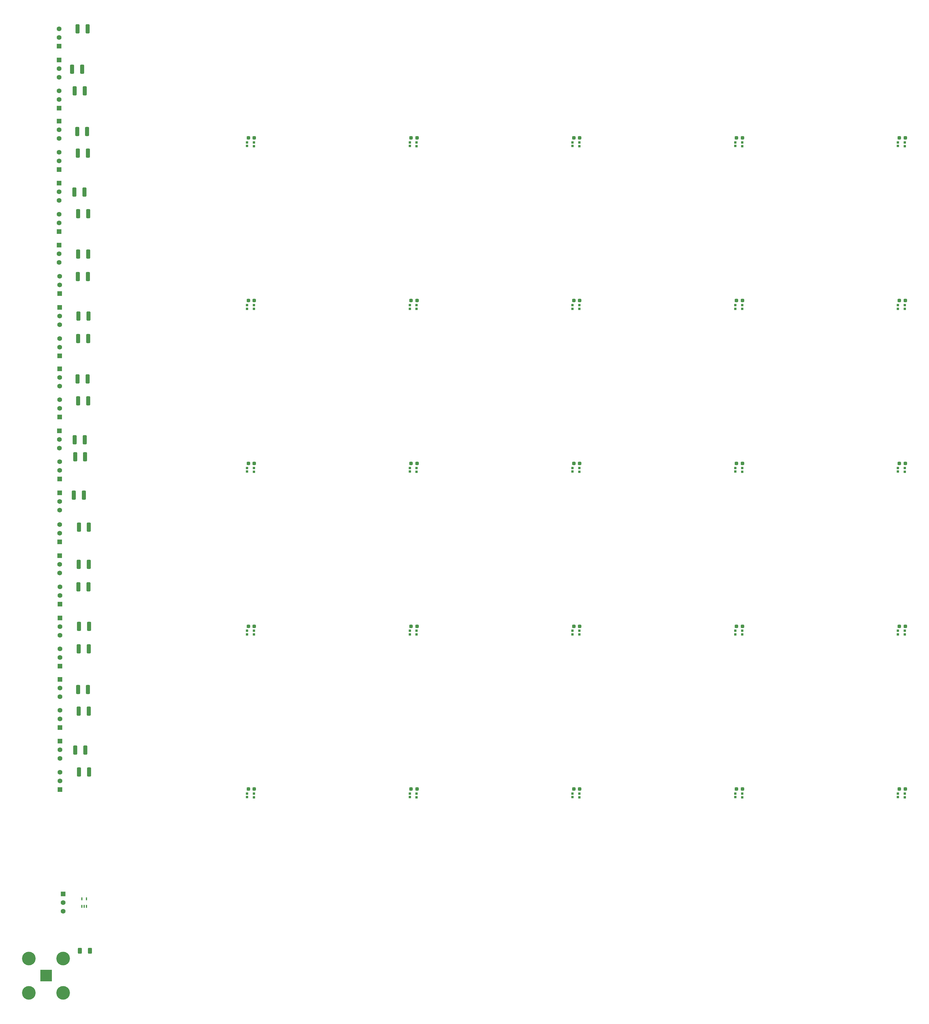
<source format=gbr>
%TF.GenerationSoftware,KiCad,Pcbnew,(6.0.8-1)-1*%
%TF.CreationDate,2024-05-08T15:02:11-04:00*%
%TF.ProjectId,Untitled,556e7469-746c-4656-942e-6b696361645f,rev?*%
%TF.SameCoordinates,Original*%
%TF.FileFunction,Soldermask,Top*%
%TF.FilePolarity,Negative*%
%FSLAX46Y46*%
G04 Gerber Fmt 4.6, Leading zero omitted, Abs format (unit mm)*
G04 Created by KiCad (PCBNEW (6.0.8-1)-1) date 2024-05-08 15:02:11*
%MOMM*%
%LPD*%
G01*
G04 APERTURE LIST*
G04 Aperture macros list*
%AMRoundRect*
0 Rectangle with rounded corners*
0 $1 Rounding radius*
0 $2 $3 $4 $5 $6 $7 $8 $9 X,Y pos of 4 corners*
0 Add a 4 corners polygon primitive as box body*
4,1,4,$2,$3,$4,$5,$6,$7,$8,$9,$2,$3,0*
0 Add four circle primitives for the rounded corners*
1,1,$1+$1,$2,$3*
1,1,$1+$1,$4,$5*
1,1,$1+$1,$6,$7*
1,1,$1+$1,$8,$9*
0 Add four rect primitives between the rounded corners*
20,1,$1+$1,$2,$3,$4,$5,0*
20,1,$1+$1,$4,$5,$6,$7,0*
20,1,$1+$1,$6,$7,$8,$9,0*
20,1,$1+$1,$8,$9,$2,$3,0*%
G04 Aperture macros list end*
%ADD10RoundRect,0.237500X-0.287500X-0.237500X0.287500X-0.237500X0.287500X0.237500X-0.287500X0.237500X0*%
%ADD11R,0.700000X0.700000*%
%ADD12RoundRect,0.250000X-0.325000X-1.100000X0.325000X-1.100000X0.325000X1.100000X-0.325000X1.100000X0*%
%ADD13R,1.397000X1.397000*%
%ADD14C,1.397000*%
%ADD15R,3.500000X3.500000*%
%ADD16C,4.000000*%
%ADD17RoundRect,0.087500X-0.087500X-0.337500X0.087500X-0.337500X0.087500X0.337500X-0.087500X0.337500X0*%
%ADD18RoundRect,0.250000X-0.312500X-0.625000X0.312500X-0.625000X0.312500X0.625000X-0.312500X0.625000X0*%
G04 APERTURE END LIST*
D10*
%TO.C,REF\u002A\u002A21*%
X162615000Y-259275000D03*
D11*
X164242500Y-260610000D03*
X162217500Y-260610000D03*
D10*
X164365000Y-259275000D03*
D11*
X162217500Y-261660000D03*
X164242500Y-261710000D03*
%TD*%
D12*
%TO.C,10 nF*%
X64975000Y-218150000D03*
X67925000Y-218150000D03*
%TD*%
%TO.C,10 nF*%
X63525000Y-173000000D03*
X66475000Y-173000000D03*
%TD*%
D10*
%TO.C,REF\u002A\u002A20*%
X114815000Y-259275000D03*
D11*
X116442500Y-260610000D03*
X114417500Y-260610000D03*
D10*
X116565000Y-259275000D03*
D11*
X114417500Y-261660000D03*
X116442500Y-261710000D03*
%TD*%
D12*
%TO.C,10 nF*%
X64825000Y-102200000D03*
X67775000Y-102200000D03*
%TD*%
D13*
%TO.C,REF\u002A\u002A*%
X59500100Y-241237500D03*
D14*
X59500100Y-238697500D03*
X59500100Y-236157500D03*
%TD*%
D12*
%TO.C,10 nF*%
X64825000Y-127000000D03*
X67775000Y-127000000D03*
%TD*%
D11*
%TO.C,REF\u002A\u002A5*%
X116442500Y-117210000D03*
D10*
X114815000Y-115875000D03*
D11*
X114417500Y-117210000D03*
D10*
X116565000Y-115875000D03*
D11*
X114417500Y-118260000D03*
X116442500Y-118310000D03*
%TD*%
D10*
%TO.C,REF\u002A\u002A3*%
X258215000Y-68075000D03*
D11*
X259842500Y-69410000D03*
D10*
X259965000Y-68075000D03*
D11*
X257817500Y-69410000D03*
X257817500Y-70460000D03*
X259842500Y-70510000D03*
%TD*%
D12*
%TO.C,10 nF*%
X64975000Y-193350000D03*
X67925000Y-193350000D03*
%TD*%
D13*
%TO.C,REF\u002A\u002A*%
X59400100Y-186737500D03*
D14*
X59400100Y-184197500D03*
X59400100Y-181657500D03*
%TD*%
D10*
%TO.C,REF\u002A\u002A4*%
X306015000Y-68075000D03*
D11*
X307642500Y-69410000D03*
D10*
X307765000Y-68075000D03*
D11*
X305617500Y-69410000D03*
X305617500Y-70460000D03*
X307642500Y-70510000D03*
%TD*%
D15*
%TO.C,LEDs*%
X55387500Y-314087500D03*
D16*
X60412500Y-319112500D03*
X60412500Y-309062500D03*
X50362500Y-319112500D03*
X50362500Y-309062500D03*
%TD*%
D12*
%TO.C,10 nF*%
X64875000Y-199950000D03*
X67825000Y-199950000D03*
%TD*%
D11*
%TO.C,REF\u002A\u002A2*%
X212042500Y-69410000D03*
D10*
X210415000Y-68075000D03*
D11*
X210017500Y-69410000D03*
D10*
X212165000Y-68075000D03*
D11*
X210017500Y-70460000D03*
X212042500Y-70510000D03*
%TD*%
D10*
%TO.C,REF\u002A\u002A19*%
X306015000Y-211475000D03*
D11*
X307642500Y-212810000D03*
D10*
X307765000Y-211475000D03*
D11*
X305617500Y-212810000D03*
X305617500Y-213860000D03*
X307642500Y-213910000D03*
%TD*%
D12*
%TO.C,10 nF*%
X65075000Y-211550000D03*
X68025000Y-211550000D03*
%TD*%
%TO.C,10 nF*%
X64625000Y-36100000D03*
X67575000Y-36100000D03*
%TD*%
D11*
%TO.C,REF\u002A\u002A7*%
X212042500Y-117210000D03*
D10*
X210415000Y-115875000D03*
D11*
X210017500Y-117210000D03*
D10*
X212165000Y-115875000D03*
D11*
X210017500Y-118260000D03*
X212042500Y-118310000D03*
%TD*%
%TO.C,REF\u002A\u002A8*%
X259842500Y-117210000D03*
D10*
X258215000Y-115875000D03*
X259965000Y-115875000D03*
D11*
X257817500Y-117210000D03*
X257817500Y-118260000D03*
X259842500Y-118310000D03*
%TD*%
D10*
%TO.C,REF\u002A\u002A14*%
X306015000Y-163675000D03*
D11*
X307642500Y-165010000D03*
X305617500Y-165010000D03*
D10*
X307765000Y-163675000D03*
D11*
X305617500Y-166060000D03*
X307642500Y-166110000D03*
%TD*%
%TO.C,REF\u002A\u002A23*%
X259842500Y-260610000D03*
D10*
X258215000Y-259275000D03*
D11*
X257817500Y-260610000D03*
D10*
X259965000Y-259275000D03*
D11*
X257817500Y-261660000D03*
X259842500Y-261710000D03*
%TD*%
%TO.C,REF\u002A\u002A24*%
X307642500Y-260610000D03*
D10*
X306015000Y-259275000D03*
D11*
X305617500Y-260610000D03*
D10*
X307765000Y-259275000D03*
D11*
X305617500Y-261660000D03*
X307642500Y-261710000D03*
%TD*%
%TO.C,REF\u002A\u002A16*%
X164242500Y-212810000D03*
D10*
X162615000Y-211475000D03*
X164365000Y-211475000D03*
D11*
X162217500Y-212810000D03*
X162217500Y-213860000D03*
X164242500Y-213910000D03*
%TD*%
D17*
%TO.C,*%
X67237500Y-293687500D03*
%TD*%
D12*
%TO.C,10 nF*%
X65025000Y-182400000D03*
X67975000Y-182400000D03*
%TD*%
%TO.C,10 nF*%
X64975000Y-236450000D03*
X67925000Y-236450000D03*
%TD*%
%TO.C,10 nF*%
X64525000Y-66200000D03*
X67475000Y-66200000D03*
%TD*%
D13*
%TO.C,REF\u002A\u002A*%
X59350100Y-132087500D03*
D14*
X59350100Y-129547500D03*
X59350100Y-127007500D03*
%TD*%
D13*
%TO.C,REF\u002A\u002A*%
X59500100Y-204977500D03*
D14*
X59500100Y-202437500D03*
X59500100Y-199897500D03*
%TD*%
D13*
%TO.C,REF\u002A\u002A*%
X59350100Y-113827500D03*
D14*
X59350100Y-111287500D03*
X59350100Y-108747500D03*
%TD*%
D11*
%TO.C,REF\u002A\u002A10*%
X116442500Y-165010000D03*
D10*
X114815000Y-163675000D03*
X116565000Y-163675000D03*
D11*
X114417500Y-165010000D03*
X114417500Y-166060000D03*
X116442500Y-166110000D03*
%TD*%
D12*
%TO.C,10 nF*%
X64825000Y-90400000D03*
X67775000Y-90400000D03*
%TD*%
D11*
%TO.C,REF\u002A\u002A6*%
X164242500Y-117210000D03*
D10*
X162615000Y-115875000D03*
X164365000Y-115875000D03*
D11*
X162217500Y-117210000D03*
X162217500Y-118260000D03*
X164242500Y-118310000D03*
%TD*%
D13*
%TO.C,REF\u002A\u002A*%
X59250100Y-41127500D03*
D14*
X59250100Y-38587500D03*
X59250100Y-36047500D03*
%TD*%
D11*
%TO.C,REF\u002A\u002A17*%
X212042500Y-212810000D03*
D10*
X210415000Y-211475000D03*
D11*
X210017500Y-212810000D03*
D10*
X212165000Y-211475000D03*
D11*
X210017500Y-213860000D03*
X212042500Y-213910000D03*
%TD*%
D13*
%TO.C,REF\u002A\u002A*%
X59350100Y-150087500D03*
D14*
X59350100Y-147547500D03*
X59350100Y-145007500D03*
%TD*%
D12*
%TO.C,10 nF*%
X63825000Y-156700000D03*
X66775000Y-156700000D03*
%TD*%
%TO.C,10 nF*%
X63025000Y-47900000D03*
X65975000Y-47900000D03*
%TD*%
%TO.C,10 nF*%
X64725000Y-72600000D03*
X67675000Y-72600000D03*
%TD*%
%TO.C,10 nF*%
X64625000Y-138900000D03*
X67575000Y-138900000D03*
%TD*%
%TO.C,10 nF*%
X63825000Y-54300000D03*
X66775000Y-54300000D03*
%TD*%
D13*
%TO.C,REF\u002A\u002A*%
X59350100Y-168287500D03*
D14*
X59350100Y-165747500D03*
X59350100Y-163207500D03*
%TD*%
D12*
%TO.C,10 nF*%
X63725000Y-84000000D03*
X66675000Y-84000000D03*
%TD*%
D13*
%TO.C,REF\u002A\u002A*%
X59250100Y-95587500D03*
D14*
X59250100Y-93047500D03*
X59250100Y-90507500D03*
%TD*%
D10*
%TO.C,REF\u002A\u002A12*%
X210415000Y-163675000D03*
D11*
X212042500Y-165010000D03*
D10*
X212165000Y-163675000D03*
D11*
X210017500Y-165010000D03*
X210017500Y-166060000D03*
X212042500Y-166110000D03*
%TD*%
D10*
%TO.C,REF\u002A\u002A22*%
X210415000Y-259275000D03*
D11*
X212042500Y-260610000D03*
X210017500Y-260610000D03*
D10*
X212165000Y-259275000D03*
D11*
X210017500Y-261660000D03*
X212042500Y-261710000D03*
%TD*%
D12*
%TO.C,10 nF*%
X64775000Y-230050000D03*
X67725000Y-230050000D03*
%TD*%
D11*
%TO.C,REF\u002A\u002A15*%
X116442500Y-212810000D03*
D10*
X114815000Y-211475000D03*
D11*
X114417500Y-212810000D03*
D10*
X116565000Y-211475000D03*
D11*
X114417500Y-213860000D03*
X116442500Y-213910000D03*
%TD*%
D12*
%TO.C,10 nF*%
X64925000Y-120400000D03*
X67875000Y-120400000D03*
%TD*%
D17*
%TO.C,Temp1*%
X65937500Y-293687500D03*
X66587500Y-293687500D03*
X67237500Y-293687500D03*
X67237500Y-291487500D03*
X65937500Y-291487500D03*
%TD*%
D12*
%TO.C,10 nF*%
X65075000Y-254250000D03*
X68025000Y-254250000D03*
%TD*%
D18*
%TO.C,50 \u03A9*%
X65337500Y-306800000D03*
X68262500Y-306800000D03*
%TD*%
D13*
%TO.C,REF\u002A\u002A*%
X59250100Y-77387500D03*
D14*
X59250100Y-74847500D03*
X59250100Y-72307500D03*
%TD*%
D10*
%TO.C,REF\u002A\u002A9*%
X306015000Y-115875000D03*
D11*
X307642500Y-117210000D03*
X305617500Y-117210000D03*
D10*
X307765000Y-115875000D03*
D11*
X305617500Y-118260000D03*
X307642500Y-118310000D03*
%TD*%
%TO.C,REF\u002A\u002A13*%
X259842500Y-165010000D03*
D10*
X258215000Y-163675000D03*
D11*
X257817500Y-165010000D03*
D10*
X259965000Y-163675000D03*
D11*
X257817500Y-166060000D03*
X259842500Y-166110000D03*
%TD*%
D12*
%TO.C,10 nF*%
X63975000Y-247850000D03*
X66925000Y-247850000D03*
%TD*%
D11*
%TO.C,REF\u002A\u002A1*%
X164242500Y-69410000D03*
D10*
X162615000Y-68075000D03*
X164365000Y-68075000D03*
D11*
X162217500Y-69410000D03*
X162217500Y-70460000D03*
X164242500Y-70510000D03*
%TD*%
D12*
%TO.C,10 nF*%
X64825000Y-145300000D03*
X67775000Y-145300000D03*
%TD*%
D13*
%TO.C,REF\u002A\u002A*%
X59250100Y-59387500D03*
D14*
X59250100Y-56847500D03*
X59250100Y-54307500D03*
%TD*%
D10*
%TO.C,REF\u002A\u002A18*%
X258215000Y-211475000D03*
D11*
X259842500Y-212810000D03*
X257817500Y-212810000D03*
D10*
X259965000Y-211475000D03*
D11*
X257817500Y-213860000D03*
X259842500Y-213910000D03*
%TD*%
D13*
%TO.C,REF\u002A\u002A*%
X59500100Y-223237500D03*
D14*
X59500100Y-220697500D03*
X59500100Y-218157500D03*
%TD*%
D13*
%TO.C,REF\u002A\u002A*%
X59500100Y-259437500D03*
D14*
X59500100Y-256897500D03*
X59500100Y-254357500D03*
%TD*%
D12*
%TO.C,10 nF*%
X64725000Y-108800000D03*
X67675000Y-108800000D03*
%TD*%
D10*
%TO.C,REF\u002A\u002A*%
X114815000Y-68075000D03*
D11*
X116442500Y-69410000D03*
X114417500Y-69410000D03*
D10*
X116565000Y-68075000D03*
D11*
X114417500Y-70460000D03*
X116442500Y-70510000D03*
%TD*%
D12*
%TO.C,10 nF*%
X63925000Y-161700000D03*
X66875000Y-161700000D03*
%TD*%
D11*
%TO.C,REF\u002A\u002A11*%
X164242500Y-165010000D03*
D10*
X162615000Y-163675000D03*
X164365000Y-163675000D03*
D11*
X162217500Y-165010000D03*
X162217500Y-166060000D03*
X164242500Y-166110000D03*
%TD*%
D13*
%TO.C,REF\u002A\u002A*%
X59350100Y-172312500D03*
D14*
X59350100Y-174852500D03*
X59350100Y-177392500D03*
%TD*%
D13*
%TO.C,REF\u002A\u002A*%
X59250100Y-99612500D03*
D14*
X59250100Y-102152500D03*
X59250100Y-104692500D03*
%TD*%
D13*
%TO.C,REF\u002A\u002A*%
X59350100Y-135912500D03*
D14*
X59350100Y-138452500D03*
X59350100Y-140992500D03*
%TD*%
D13*
%TO.C,REF\u002A\u002A*%
X60437600Y-290100000D03*
D14*
X60437600Y-292640000D03*
X60437600Y-295180000D03*
%TD*%
D13*
%TO.C,REF\u002A\u002A*%
X59450000Y-245250000D03*
D14*
X59450000Y-247790000D03*
X59450000Y-250330000D03*
%TD*%
D13*
%TO.C,REF\u002A\u002A*%
X59250100Y-63212500D03*
D14*
X59250100Y-65752500D03*
X59250100Y-68292500D03*
%TD*%
D13*
%TO.C,REF\u002A\u002A*%
X59400100Y-190762500D03*
D14*
X59400100Y-193302500D03*
X59400100Y-195842500D03*
%TD*%
D13*
%TO.C,REF\u002A\u002A*%
X59200000Y-81400000D03*
D14*
X59200000Y-83940000D03*
X59200000Y-86480000D03*
%TD*%
D13*
%TO.C,REF\u002A\u002A*%
X59350100Y-117912500D03*
D14*
X59350100Y-120452500D03*
X59350100Y-122992500D03*
%TD*%
D13*
%TO.C,REF\u002A\u002A*%
X59500100Y-227062500D03*
D14*
X59500100Y-229602500D03*
X59500100Y-232142500D03*
%TD*%
D13*
%TO.C,REF\u002A\u002A*%
X59500100Y-209062500D03*
D14*
X59500100Y-211602500D03*
X59500100Y-214142500D03*
%TD*%
D13*
%TO.C,REF\u002A\u002A*%
X59300000Y-154100000D03*
D14*
X59300000Y-156640000D03*
X59300000Y-159180000D03*
%TD*%
D13*
%TO.C,REF\u002A\u002A*%
X59250100Y-45212500D03*
D14*
X59250100Y-47752500D03*
X59250100Y-50292500D03*
%TD*%
M02*

</source>
